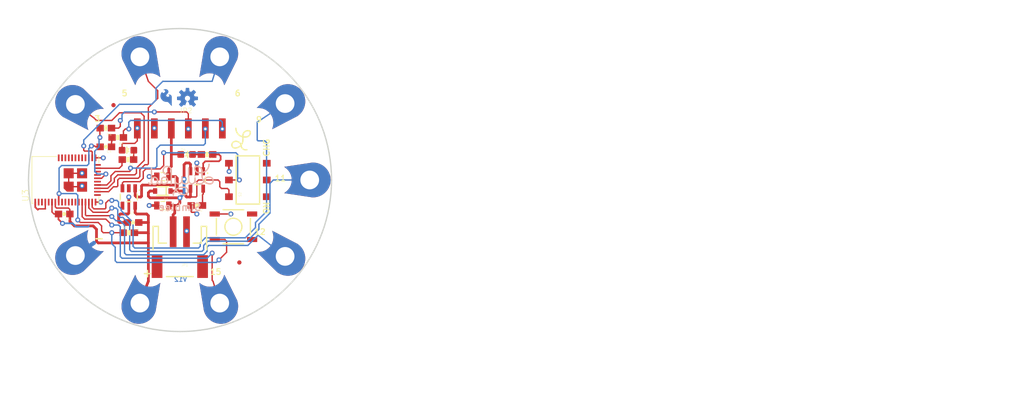
<source format=kicad_pcb>
(kicad_pcb (version 20211014) (generator pcbnew)
  (layers (0 "F.Cu" signal) (1 "In1.Cu" signal) (2 "In2.Cu" signal) (31 "B.Cu" signal) (34 "B.Paste" user) (35 "F.Paste" user) (36 "B.SilkS" user "B.Silkscreen") (37 "F.SilkS" user "F.Silkscreen") (38 "B.Mask" user) (39 "F.Mask" user) (44 "Edge.Cuts" user))
  (net 0 "")
  (net 1 "GND")
  (net 2 "RST")
  (net 3 "RXI")
  (net 4 "TXO")
  (net 5 "N$2")
  (net 6 "DTR")
  (net 7 "N$8")
  (net 8 "STAT")
  (net 9 "PROG")
  (net 10 "3.3V")
  (net 11 "N$1")
  (net 12 "5V")
  (net 13 "V_BATT")
  (net 14 "N$3")
  (net 15 "LV_RXI")
  (net 16 "LV_DTR")
  (net 17 "D3")
  (net 18 "D5")
  (net 19 "D9")
  (net 20 "D11")
  (net 21 "D12")
  (net 22 "D15")
  (net 23 "D6")
  (net 24 "ISO_PAD")
  (footprint "boardEagle:PETAL-LONG-1-2SIDE" (layer "F.Cu") (at 167.9057 104.994725 180)
    (fp_text reference "U$45" hide)
    (fp_text value "SEWTAP9" hide)
  )
  (footprint "boardEagle:PETAL-LONG-1-2SIDE" (layer "F.Cu") (at 142.5057 86.579725 -72)
    (fp_text reference "U$39" hide)
    (fp_text value "SEWTAP9" hide)
  )
  (footprint "boardEagle:PETAL-LONG-1-2SIDE" (layer "F.Cu") (at 164.2227 93.564725 -144)
    (fp_text reference "U$4" hide)
    (fp_text value "SEWTAP9" hide)
  )
  (footprint "boardEagle:0603-RES" (layer "F.Cu") (at 152.5387 101.184725 180)
    (fp_text reference "R9")
    (fp_text value "330")
  )
  (footprint "boardEagle:0603-CAP" (layer "F.Cu") (at 141.4897 111.344725 180)
    (fp_text reference "C2")
    (fp_text value "2.2uF")
  )
  (footprint "boardEagle:JST-2-SMD" (layer "F.Cu") (at 148.4747 116.424725 180)
    (fp_text reference "JP1")
    (fp_text value "LiPo")
  )
  (footprint "boardEagle:PETAL-LONG-1-2SIDE" (layer "F.Cu") (at 164.2227 116.424725 144)
    (fp_text reference "U$37" hide)
    (fp_text value "SEWTAP9" hide)
  )
  (footprint "boardEagle:PETAL-LONG-1-2SIDE" (layer "F.Cu") (at 154.4437 123.409725 108)
    (fp_text reference "U$35" hide)
    (fp_text value "SEWTAP9" hide)
  )
  (footprint "boardEagle:PETAL-LONG-1-2SIDE" (layer "F.Cu") (at 132.8537 116.297725 36)
    (fp_text reference "U$41" hide)
    (fp_text value "SEWTAP9" hide)
  )
  (footprint "boardEagle:AYZ0202" (layer "F.Cu") (at 158.6347 104.994725 90)
    (fp_text reference "S2")
    (fp_text value "DPDT")
  )
  (footprint "boardEagle:CREATIVE_COMMONS" (layer "F.Cu") (at 191.6547 136.744725)
    (fp_text reference "FRAME1" hide)
    (fp_text value "FRAME-LETTER" hide)
  )
  (footprint "boardEagle:MICRO-FIDUCIAL" (layer "F.Cu") (at 138.5687 93.818725)
    (fp_text reference "FID1" hide)
    (fp_text value "FIDUCIALUFIDUCIAL" hide)
  )
  (footprint "boardEagle:PETAL-LONG-1-2SIDE" (layer "F.Cu") (at 132.8537 93.691725 -36)
    (fp_text reference "A5/19" hide)
    (fp_text value "SEWTAP9" hide)
  )
  (footprint "boardEagle:RFD77101" (layer "F.Cu") (at 126.8847 108.296725 90)
    (fp_text reference "U3")
    (fp_text value "RFD77101")
  )
  (footprint "boardEagle:PETAL-LONG-1-2SIDE" (layer "F.Cu") (at 154.4437 86.579725 -108)
    (fp_text reference "A4/18" hide)
    (fp_text value "SEWTAP9" hide)
  )
  (footprint "boardEagle:LOGO-L" (layer "F.Cu") (at 157.6187 98.898725)
    (fp_text reference "U$1" hide)
    (fp_text value "LOGO-LPL" hide)
  )
  (footprint "boardEagle:0603-RES" (layer "F.Cu") (at 140.7277 101.946725 180)
    (fp_text reference "R1")
    (fp_text value "330")
  )
  (footprint "boardEagle:TACTILE-SWITCH-SMD" (layer "F.Cu") (at 156.4757 111.979725)
    (fp_text reference "S3")
    (fp_text value "Reset")
  )
  (footprint "boardEagle:1X06-SMD" (layer "F.Cu") (at 148.4747 92.294725 180)
    (fp_text reference "JP2")
    (fp_text value "")
  )
  (footprint "boardEagle:LED-0603" (layer "F.Cu") (at 149.4907 101.184725 -90)
    (fp_text reference "D4")
    (fp_text value "RED")
  )
  (footprint "boardEagle:0805" (layer "F.Cu") (at 145.9347 104.486725 180)
    (fp_text reference "C9")
    (fp_text value "22uF" hide)
  )
  (footprint "boardEagle:0603-RES" (layer "F.Cu") (at 140.8547 112.868725)
    (fp_text reference "R3")
    (fp_text value "10K")
  )
  (footprint "boardEagle:0603-CAP" (layer "F.Cu") (at 131.2027 110.074725 180)
    (fp_text reference "C1")
    (fp_text value "0.1uF")
  )
  (footprint "boardEagle:MICRO-FIDUCIAL" (layer "F.Cu") (at 157.3647 117.313725)
    (fp_text reference "FID2" hide)
    (fp_text value "FIDUCIALUFIDUCIAL" hide)
  )
  (footprint "boardEagle:0805" (layer "F.Cu") (at 145.9347 108.804725 180)
    (fp_text reference "C10")
    (fp_text value "22uF" hide)
  )
  (footprint "boardEagle:0603-RES" (layer "F.Cu") (at 137.4257 97.247725 180)
    (fp_text reference "R4")
    (fp_text value "1K")
  )
  (footprint "boardEagle:0603-RES" (layer "F.Cu") (at 139.2037 98.644725 180)
    (fp_text reference "R5")
    (fp_text value "1K")
  )
  (footprint "boardEagle:LED-0603" (layer "F.Cu") (at 140.7277 100.549725 90)
    (fp_text reference "D2")
    (fp_text value "BLUE" hide)
  )
  (footprint "boardEagle:SOT23-5" (layer "F.Cu") (at 140.8547 107.534725 180)
    (fp_text reference "U1")
    (fp_text value "ADP160")
  )
  (footprint "boardEagle:0603-CAP" (layer "F.Cu") (at 137.4257 100.041725 180)
    (fp_text reference "C4")
    (fp_text value "10nF")
  )
  (footprint "boardEagle:0603-RES" (layer "F.Cu") (at 151.0147 108.804725 180)
    (fp_text reference "R2")
    (fp_text value "10K")
  )
  (footprint "boardEagle:PETAL-LONG-1-2SIDE" (layer "F.Cu") (at 142.5057 123.409725 72)
    (fp_text reference "U$43" hide)
    (fp_text value "SEWTAP9" hide)
  )
  (footprint "boardEagle:SOD-323" (layer "F.Cu") (at 145.9347 106.645725 180)
    (fp_text reference "D1")
    (fp_text value "BAT20JFILM")
  )
  (footprint "boardEagle:SOT23-5" (layer "F.Cu") (at 151.0147 104.994725 180)
    (fp_text reference "U2")
    (fp_text value "MCP73831")
  )
  (footprint "boardEagle:OSHW-LOGO-S_COPPER" (layer "B.Cu") (at 149.6177 92.802725 180)
    (fp_text reference "LOGO2" hide)
    (fp_text value "OSHW-LOGOS-COPPER" hide)
  )
  (footprint "boardEagle:LOGO-LILYPAD" (layer "B.Cu") (at 148.6017 104.613725 180)
    (fp_text reference "U$2" hide)
    (fp_text value "LOGO-LPLP" hide)
  )
  (footprint "boardEagle:SFE_LOGO_FLAME_COPPER_.1" (layer "B.Cu") (at 147.5857 94.326725 180)
    (fp_text reference "LOGO1" hide)
    (fp_text value "SFE_LOGO_FLAME.1COP" hide)
  )
  (gr_line (start 139.6911 84.1486) (end 140.6111 83.7886) (layer "Edge.Cuts") (width 0.2032))
  (gr_line (start 158.2011 125.4486) (end 157.3111 125.8486) (layer "Edge.Cuts") (width 0.2032))
  (gr_line (start 133.9211 87.6986) (end 134.6811 87.0886) (layer "Edge.Cuts") (width 0.2032))
  (gr_line (start 149.5411 82.3986) (end 150.5611 82.4686) (layer "Edge.Cuts") (width 0.2032))
  (gr_line (start 132.5011 88.9986) (end 133.2011 88.3386) (layer "Edge.Cuts") (width 0.2032))
  (gr_line (start 131.8311 120.3086) (end 131.2011 119.5786) (layer "Edge.Cuts") (width 0.2032))
  (gr_line (start 129.4711 92.7586) (end 130.0111 91.9486) (layer "Edge.Cuts") (width 0.2032))
  (gr_line (start 163.8011 121.6686) (end 163.0811 122.3086) (layer "Edge.Cuts") (width 0.2032))
  (gr_line (start 130.0111 91.9486) (end 130.5911 91.1786) (layer "Edge.Cuts") (width 0.2032))
  (gr_line (start 148.5011 127.6286) (end 147.4711 127.6086) (layer "Edge.Cuts") (width 0.2032))
  (gr_line (start 130.5911 118.8286) (end 130.0111 118.0486) (layer "Edge.Cuts") (width 0.2032))
  (gr_line (start 136.2611 85.9686) (end 137.0811 85.4686) (layer "Edge.Cuts") (width 0.2032))
  (gr_line (start 168.0411 93.5786) (end 168.5111 94.4286) (layer "Edge.Cuts") (width 0.2032))
  (gr_line (start 158.2011 84.5586) (end 159.0711 84.9886) (layer "Edge.Cuts") (width 0.2032))
  (gr_line (start 150.5611 127.5386) (end 149.5411 127.6086) (layer "Edge.Cuts") (width 0.2032))
  (gr_line (start 138.8011 125.4486) (end 137.9311 125.0186) (layer "Edge.Cuts") (width 0.2032))
  (gr_line (start 169.3511 96.1986) (end 169.7111 97.1086) (layer "Edge.Cuts") (width 0.2032))
  (gr_line (start 143.4511 82.9386) (end 144.4311 82.7386) (layer "Edge.Cuts") (width 0.2032))
  (gr_line (start 140.6111 126.2186) (end 139.6911 125.8486) (layer "Edge.Cuts") (width 0.2032))
  (gr_line (start 142.4911 83.1886) (end 143.4511 82.9386) (layer "Edge.Cuts") (width 0.2032))
  (gr_line (start 126.0811 101.9286) (end 126.2411 100.9386) (layer "Edge.Cuts") (width 0.2032))
  (gr_line (start 167.5311 92.7586) (end 168.0411 93.5786) (layer "Edge.Cuts") (width 0.2032))
  (gr_line (start 143.4511 127.0686) (end 142.4911 126.8186) (layer "Edge.Cuts") (width 0.2032))
  (gr_line (start 136.2611 124.0286) (end 135.4511 123.4886) (layer "Edge.Cuts") (width 0.2032))
  (gr_line (start 170.9211 108.0686) (end 170.7611 109.0686) (layer "Edge.Cuts") (width 0.2032))
  (gr_line (start 126.6811 111.0186) (end 126.4411 110.0486) (layer "Edge.Cuts") (width 0.2032))
  (gr_line (start 170.3211 98.9886) (end 170.5611 99.9486) (layer "Edge.Cuts") (width 0.2032))
  (gr_line (start 135.4511 86.5186) (end 136.2611 85.9686) (layer "Edge.Cuts") (width 0.2032))
  (gr_line (start 155.4711 126.5386) (end 154.5211 126.8186) (layer "Edge.Cuts") (width 0.2032))
  (gr_line (start 127.6511 113.8086) (end 127.2911 112.8986) (layer "Edge.Cuts") (width 0.2032))
  (gr_line (start 162.3311 87.0886) (end 163.0811 87.6986) (layer "Edge.Cuts") (width 0.2032))
  (gr_line (start 151.5711 127.4186) (end 150.5611 127.5386) (layer "Edge.Cuts") (width 0.2032))
  (gr_line (start 147.4711 82.3986) (end 148.5011 82.3786) (layer "Edge.Cuts") (width 0.2032))
  (gr_line (start 161.5511 86.5186) (end 162.3311 87.0886) (layer "Edge.Cuts") (width 0.2032))
  (gr_line (start 166.4111 118.8286) (end 165.8111 119.5786) (layer "Edge.Cuts") (width 0.2032))
  (gr_line (start 130.5911 91.1786) (end 131.2011 90.4286) (layer "Edge.Cuts") (width 0.2032))
  (gr_line (start 167.5311 117.2486) (end 166.9911 118.0486) (layer "Edge.Cuts") (width 0.2032))
  (gr_line (start 128.0511 114.6986) (end 127.6511 113.8086) (layer "Edge.Cuts") (width 0.2032))
  (gr_line (start 128.4911 115.5686) (end 128.0511 114.6986) (layer "Edge.Cuts") (width 0.2032))
  (gr_line (start 126.2411 100.9386) (end 126.4411 99.9486) (layer "Edge.Cuts") (width 0.2032))
  (gr_line (start 145.4311 82.5786) (end 146.4411 82.4686) (layer "Edge.Cuts") (width 0.2032))
  (gr_line (start 125.9711 107.0586) (end 125.9011 106.0386) (layer "Edge.Cuts") (width 0.2032))
  (gr_line (start 149.5411 127.6086) (end 148.5011 127.6286) (layer "Edge.Cuts") (width 0.2032))
  (gr_line (start 165.1711 89.6986) (end 165.8111 90.4286) (layer "Edge.Cuts") (width 0.2032))
  (gr_line (start 160.7511 85.9686) (end 161.5511 86.5186) (layer "Edge.Cuts") (width 0.2032))
  (gr_line (start 159.9211 85.4686) (end 160.7511 85.9686) (layer "Edge.Cuts") (width 0.2032))
  (gr_line (start 146.4411 82.4686) (end 147.4711 82.3986) (layer "Edge.Cuts") (width 0.2032))
  (gr_line (start 170.5611 110.0486) (end 170.3211 111.0186) (layer "Edge.Cuts") (width 0.2032))
  (gr_line (start 166.9911 91.9486) (end 167.5311 92.7586) (layer "Edge.Cuts") (width 0.2032))
  (gr_line (start 131.2011 119.5786) (end 130.5911 118.8286) (layer "Edge.Cuts") (width 0.2032))
  (gr_line (start 151.5711 82.5786) (end 152.5711 82.7386) (layer "Edge.Cuts") (width 0.2032))
  (gr_line (start 127.2911 112.8986) (end 126.9711 111.9686) (layer "Edge.Cuts") (width 0.2032))
  (gr_line (start 159.0711 84.9886) (end 159.9211 85.4686) (layer "Edge.Cuts") (width 0.2032))
  (gr_line (start 170.3211 111.0186) (end 170.0411 111.9686) (layer "Edge.Cuts") (width 0.2032))
  (gr_line (start 126.9711 98.0386) (end 127.2911 97.1086) (layer "Edge.Cuts") (width 0.2032))
  (gr_line (start 126.4411 99.9486) (end 126.6811 98.9886) (layer "Edge.Cuts") (width 0.2032))
  (gr_line (start 152.5711 127.2686) (end 151.5711 127.4186) (layer "Edge.Cuts") (width 0.2032))
  (gr_line (start 152.5711 82.7386) (end 153.5511 82.9386) (layer "Edge.Cuts") (width 0.2032))
  (gr_line (start 126.0811 108.0686) (end 125.9711 107.0586) (layer "Edge.Cuts") (width 0.2032))
  (gr_line (start 132.5011 120.9986) (end 131.8311 120.3086) (layer "Edge.Cuts") (width 0.2032))
  (gr_line (start 159.0711 125.0186) (end 158.2011 125.4486) (layer "Edge.Cuts") (width 0.2032))
  (gr_line (start 168.9511 95.2986) (end 169.3511 96.1986) (layer "Edge.Cuts") (width 0.2032))
  (gr_line (start 137.0811 85.4686) (end 137.9311 84.9886) (layer "Edge.Cuts") (width 0.2032))
  (gr_line (start 156.4011 126.2186) (end 155.4711 126.5386) (layer "Edge.Cuts") (width 0.2032))
  (gr_line (start 134.6811 122.9186) (end 133.9211 122.3086) (layer "Edge.Cuts") (width 0.2032))
  (gr_line (start 166.9911 118.0486) (end 166.4111 118.8286) (layer "Edge.Cuts") (width 0.2032))
  (gr_line (start 165.8111 90.4286) (end 166.4111 91.1786) (layer "Edge.Cuts") (width 0.2032))
  (gr_line (start 140.6111 83.7886) (end 141.5411 83.4686) (layer "Edge.Cuts") (width 0.2032))
  (gr_line (start 168.5111 115.5686) (end 168.0411 116.4186) (layer "Edge.Cuts") (width 0.2032))
  (gr_line (start 148.5011 82.3786) (end 149.5411 82.3986) (layer "Edge.Cuts") (width 0.2032))
  (gr_line (start 164.5011 88.9986) (end 165.1711 89.6986) (layer "Edge.Cuts") (width 0.2032))
  (gr_line (start 150.5611 82.4686) (end 151.5711 82.5786) (layer "Edge.Cuts") (width 0.2032))
  (gr_line (start 168.5111 94.4286) (end 168.9511 95.2986) (layer "Edge.Cuts") (width 0.2032))
  (gr_line (start 169.7111 97.1086) (end 170.0411 98.0386) (layer "Edge.Cuts") (width 0.2032))
  (gr_line (start 131.8311 89.6986) (end 132.5011 88.9986) (layer "Edge.Cuts") (width 0.2032))
  (gr_line (start 171.1311 104.9986) (end 171.1111 106.0386) (layer "Edge.Cuts") (width 0.2032))
  (gr_line (start 125.8711 104.9986) (end 125.9011 103.9686) (layer "Edge.Cuts") (width 0.2032))
  (gr_line (start 154.5211 126.8186) (end 153.5511 127.0686) (layer "Edge.Cuts") (width 0.2032))
  (gr_line (start 131.2011 90.4286) (end 131.8311 89.6986) (layer "Edge.Cuts") (width 0.2032))
  (gr_line (start 129.4711 117.2486) (end 128.9611 116.4186) (layer "Edge.Cuts") (width 0.2032))
  (gr_line (start 157.3111 125.8486) (end 156.4011 126.2186) (layer "Edge.Cuts") (width 0.2032))
  (gr_line (start 153.5511 82.9386) (end 154.5211 83.1886) (layer "Edge.Cuts") (width 0.2032))
  (gr_line (start 144.4311 82.7386) (end 145.4311 82.5786) (layer "Edge.Cuts") (width 0.2032))
  (gr_line (start 133.2011 121.6686) (end 132.5011 120.9986) (layer "Edge.Cuts") (width 0.2032))
  (gr_line (start 135.4511 123.4886) (end 134.6811 122.9186) (layer "Edge.Cuts") (width 0.2032))
  (gr_line (start 157.3111 84.1486) (end 158.2011 84.5586) (layer "Edge.Cuts") (width 0.2032))
  (gr_line (start 170.0411 111.9686) (end 169.7111 112.8986) (layer "Edge.Cuts") (width 0.2032))
  (gr_line (start 171.0411 102.9386) (end 171.1111 103.9686) (layer "Edge.Cuts") (width 0.2032))
  (gr_line (start 141.5411 83.4686) (end 142.4911 83.1886) (layer "Edge.Cuts") (width 0.2032))
  (gr_line (start 144.4311 127.2686) (end 143.4511 127.0686) (layer "Edge.Cuts") (width 0.2032))
  (gr_line (start 137.9311 84.9886) (end 138.8011 84.5586) (layer "Edge.Cuts") (width 0.2032))
  (gr_line (start 133.2011 88.3386) (end 133.9211 87.6986) (layer "Edge.Cuts") (width 0.2032))
  (gr_line (start 162.3311 122.9186) (end 161.5511 123.4886) (layer "Edge.Cuts") (width 0.2032))
  (gr_line (start 159.9211 124.5386) (end 159.0711 125.0186) (layer "Edge.Cuts") (width 0.2032))
  (gr_line (start 141.5411 126.5386) (end 140.6111 126.2186) (layer "Edge.Cuts") (width 0.2032))
  (gr_line (start 171.0411 107.0586) (end 170.9211 108.0686) (layer "Edge.Cuts") (width 0.2032))
  (gr_line (start 137.0811 124.5386) (end 136.2611 124.0286) (layer "Edge.Cuts") (width 0.2032))
  (gr_line (start 127.6511 96.1986) (end 128.0511 95.2986) (layer "Edge.Cuts") (width 0.2032))
  (gr_line (start 137.9311 125.0186) (end 137.0811 124.5386) (layer "Edge.Cuts") (width 0.2032))
  (gr_line (start 166.4111 91.1786) (end 166.9911 91.9486) (layer "Edge.Cuts") (width 0.2032))
  (gr_line (start 146.4411 127.5386) (end 145.4311 127.4186) (layer "Edge.Cuts") (width 0.2032))
  (gr_line (start 139.6911 125.8486) (end 138.8011 125.4486) (layer "Edge.Cuts") (width 0.2032))
  (gr_line (start 125.9011 103.9686) (end 125.9711 102.9386) (layer "Edge.Cuts") (width 0.2032))
  (gr_line (start 128.9611 116.4186) (end 128.4911 115.5686) (layer "Edge.Cuts") (width 0.2032))
  (gr_line (start 138.8011 84.5586) (end 139.6911 84.1486) (layer "Edge.Cuts") (width 0.2032))
  (gr_line (start 126.4411 110.0486) (end 126.2411 109.0686) (layer "Edge.Cuts") (width 0.2032))
  (gr_line (start 163.0811 122.3086) (end 162.3311 122.9186) (layer "Edge.Cuts") (width 0.2032))
  (gr_line (start 169.7111 112.8986) (end 169.3511 113.8086) (layer "Edge.Cuts") (width 0.2032))
  (gr_line (start 154.5211 83.1886) (end 155.4711 83.4686) (layer "Edge.Cuts") (width 0.2032))
  (gr_line (start 134.6811 87.0886) (end 135.4511 86.5186) (layer "Edge.Cuts") (width 0.2032))
  (gr_line (start 171.1111 106.0386) (end 171.0411 107.0586) (layer "Edge.Cuts") (width 0.2032))
  (gr_line (start 169.3511 113.8086) (end 168.9511 114.6986) (layer "Edge.Cuts") (width 0.2032))
  (gr_line (start 170.7611 100.9386) (end 170.9211 101.9286) (layer "Edge.Cuts") (width 0.2032))
  (gr_line (start 133.9211 122.3086) (end 133.2011 121.6686) (layer "Edge.Cuts") (width 0.2032))
  (gr_line (start 145.4311 127.4186) (end 144.4311 127.2686) (layer "Edge.Cuts") (width 0.2032))
  (gr_line (start 128.4911 94.4286) (end 128.9611 93.5786) (layer "Edge.Cuts") (width 0.2032))
  (gr_line (start 160.7511 124.0286) (end 159.9211 124.5386) (layer "Edge.Cuts") (width 0.2032))
  (gr_line (start 125.9711 102.9386) (end 126.0811 101.9286) (layer "Edge.Cuts") (width 0.2032))
  (gr_line (start 142.4911 126.8186) (end 141.5411 126.5386) (layer "Edge.Cuts") (width 0.2032))
  (gr_line (start 126.9711 111.9686) (end 126.6811 111.0186) (layer "Edge.Cuts") (width 0.2032))
  (gr_line (start 130.0111 118.0486) (end 129.4711 117.2486) (layer "Edge.Cuts") (width 0.2032))
  (gr_line (start 165.1711 120.3086) (end 164.5011 120.9986) (layer "Edge.Cuts") (width 0.2032))
  (gr_line (start 156.4011 83.7886) (end 157.3111 84.1486) (layer "Edge.Cuts") (width 0.2032))
  (gr_line (start 164.5011 120.9986) (end 163.8011 121.6686) (layer "Edge.Cuts") (width 0.2032))
  (gr_line (start 163.0811 87.6986) (end 163.8011 88.3386) (layer "Edge.Cuts") (width 0.2032))
  (gr_line (start 147.4711 127.6086) (end 146.4411 127.5386) (layer "Edge.Cuts") (width 0.2032))
  (gr_line (start 155.4711 83.4686) (end 156.4011 83.7886) (layer "Edge.Cuts") (width 0.2032))
  (gr_line (start 125.9011 106.0386) (end 125.8711 104.9986) (layer "Edge.Cuts") (width 0.2032))
  (gr_line (start 126.6811 98.9886) (end 126.9711 98.0386) (layer "Edge.Cuts") (width 0.2032))
  (gr_line (start 168.9511 114.6986) (end 168.5111 115.5686) (layer "Edge.Cuts") (width 0.2032))
  (gr_line (start 170.5611 99.9486) (end 170.7611 100.9386) (layer "Edge.Cuts") (width 0.2032))
  (gr_line (start 170.0411 98.0386) (end 170.3211 98.9886) (layer "Edge.Cuts") (width 0.2032))
  (gr_line (start 153.5511 127.0686) (end 152.5711 127.2686) (layer "Edge.Cuts") (width 0.2032))
  (gr_line (start 128.0511 95.2986) (end 128.4911 94.4286) (layer "Edge.Cuts") (width 0.2032))
  (gr_line (start 126.2411 109.0686) (end 126.0811 108.0686) (layer "Edge.Cuts") (width 0.2032))
  (gr_line (start 170.7611 109.0686) (end 170.5611 110.0486) (layer "Edge.Cuts") (width 0.2032))
  (gr_line (start 127.2911 97.1086) (end 127.6511 96.1986) (layer "Edge.Cuts") (width 0.2032))
  (gr_line (start 128.9611 93.5786) (end 129.4711 92.7586) (layer "Edge.Cuts") (width 0.2032))
  (gr_line (start 168.0411 116.4186) (end 167.5311 117.2486) (layer "Edge.Cuts") (width 0.2032))
  (gr_line (start 170.9211 101.9286) (end 171.0411 102.9386) (layer "Edge.Cuts") (width 0.2032))
  (gr_line (start 163.8011 88.3386) (end 164.5011 88.9986) (layer "Edge.Cuts") (width 0.2032))
  (gr_line (start 165.8111 119.5786) (end 165.1711 120.3086) (layer "Edge.Cuts") (width 0.2032))
  (gr_line (start 161.5511 123.4886) (end 160.7511 124.0286) (layer "Edge.Cuts") (width 0.2032))
  (gr_line (start 171.1111 103.9686) (end 171.1311 104.9986) (layer "Edge.Cuts") (width 0.2032))
  (gr_text "V12" (at 149.6177 120.234725) (layer "B.Cu") (effects (font (size 0.69088 0.69088) (thickness 0.12192)) (justify left bottom mirror)))
  (gr_text "Simblee" (at 148.4747 109.058725) (layer "B.SilkS") (effects (font (size 1.0795 1.0795) (thickness 0.1905)) (justify mirror)))
  (gr_text "ON" (at 161.9367 109.185725 90) (layer "F.SilkS") (effects (font (size 0.8636 0.8636) (thickness 0.1524)) (justify bottom)))
  (gr_text "6" (at 156.6027 92.548725) (layer "F.SilkS") (effects (font (size 0.8636 0.8636) (thickness 0.1524)) (justify left bottom)))
  (gr_text "3" (at 135.6477 96.358725) (layer "F.SilkS") (effects (font (size 0.8636 0.8636) (thickness 0.1524)) (justify left bottom)))
  (gr_text "+" (at 142.7597 119.599725) (layer "F.SilkS") (effects (font (size 1.20904 1.20904) (thickness 0.21336)) (justify left bottom)))
  (gr_text "11" (at 162.5717 105.248725) (layer "F.SilkS") (effects (font (size 0.8636 0.8636) (thickness 0.1524)) (justify left bottom)))
  (gr_text "5" (at 139.7117 92.548725) (layer "F.SilkS") (effects (font (size 0.8636 0.8636) (thickness 0.1524)) (justify left bottom)))
  (gr_text "9" (at 159.7777 96.485725) (layer "F.SilkS") (effects (font (size 0.8636 0.8636) (thickness 0.1524)) (justify left bottom)))
  (gr_text "12" (at 159.5237 113.249725) (layer "F.SilkS") (effects (font (size 0.8636 0.8636) (thickness 0.1524)) (justify left bottom)))
  (gr_text "15" (at 152.9197 119.218725) (layer "F.SilkS") (effects (font (size 0.8636 0.8636) (thickness 0.1524)) (justify left bottom)))
  (gr_text "-" (at 135.5207 114.392725) (layer "F.SilkS") (effects (font (size 1.20904 1.20904) (thickness 0.21336)) (justify left bottom)))
  (gr_text "CHG" (at 160.9207 100.168725 90) (layer "F.SilkS") (effects (font (size 0.8636 0.8636) (thickness 0.1524)) (justify top)))
  (segment (start 153.6817 110.074725) (end 156.0947 110.074725) (width 0.2032) (layer "F.Cu") (net 1))
  (segment (start 140.7277 110.074725) (end 140.8547 109.947725) (width 0.4064) (layer "F.Cu") (net 1))
  (segment (start 145.0347 108.804725) (end 143.9027 108.804725) (width 0.4064) (layer "F.Cu") (net 1))
  (segment (start 130.3527 110.074725) (end 130.3527 110.875725) (width 0.254) (layer "F.Cu") (net 1))
  (segment (start 139.3307 110.328725) (end 139.5847 110.074725) (width 0.4064) (layer "F.Cu") (net 1))
  (segment (start 129.6787 110.074725) (end 129.3847 109.780725) (width 0.2032) (layer "F.Cu") (net 1))
  (segment (start 133.8747 103.983725) (end 133.8697 103.978725) (width 0.2032) (layer "F.Cu") (net 1))
  (segment (start 139.5847 110.074725) (end 140.7277 110.074725) (width 0.4064) (layer "F.Cu") (net 1))
  (segment (start 141.7437 99.533725) (end 142.1247 99.152725) (width 0.2032) (layer "F.Cu") (net 1))
  (segment (start 139.9657 99.533725) (end 141.7437 99.533725) (width 0.2032) (layer "F.Cu") (net 1))
  (segment (start 131.8747 103.996725) (end 133.8747 103.996725) (width 0.2032) (layer "F.Cu") (net 1))
  (segment (start 142.1247 97.294725) (end 142.1247 97.247725) (width 0.2032) (layer "F.Cu") (net 1))
  (segment (start 150.2527 109.820725) (end 150.7607 109.820725) (width 0.2032) (layer "F.Cu") (net 1))
  (segment (start 133.8747 105.996725) (end 133.8747 105.888725) (width 0.2032) (layer "F.Cu") (net 1))
  (segment (start 137.0387 101.686725) (end 137.0447 101.692725) (width 0.2032) (layer "F.Cu") (net 1))
  (segment (start 150.1647 109.732725) (end 150.2527 109.820725) (width 0.2032) (layer "F.Cu") (net 1))
  (segment (start 149.4907 112.614725) (end 149.4907 112.708725) (width 0.4064) (layer "F.Cu") (net 1))
  (segment (start 140.8547 109.947725) (end 140.8547 107.534725) (width 0.4064) (layer "F.Cu") (net 1))
  (segment (start 133.8747 105.888725) (end 133.8697 105.883725) (width 0.2032) (layer "F.Cu") (net 1))
  (segment (start 135.8847 108.296725) (end 136.6637 108.296725) (width 0.2032) (layer "F.Cu") (net 1))
  (segment (start 144.6647 97.294725) (end 144.6647 97.247725) (width 0.2032) (layer "F.Cu") (net 1))
  (segment (start 155.8097 103.693725) (end 155.8407 103.724725) (width 0.254) (layer "F.Cu") (net 1))
  (segment (start 133.8747 103.996725) (end 133.8747 103.983725) (width 0.2032) (layer "F.Cu") (net 1))
  (segment (start 130.3527 110.875725) (end 130.9487 111.471725) (width 0.254) (layer "F.Cu") (net 1))
  (segment (start 137.1717 101.819725) (end 137.0447 101.692725) (width 0.2032) (layer "F.Cu") (net 1))
  (segment (start 129.3847 108.296725) (end 129.3847 109.780725) (width 0.2032) (layer "F.Cu") (net 1))
  (segment (start 135.8847 101.686725) (end 137.0387 101.686725) (width 0.2032) (layer "F.Cu") (net 1))
  (segment (start 139.4577 111.344725) (end 139.3307 111.217725) (width 0.4064) (layer "F.Cu") (net 1))
  (segment (start 139.8507 100.549725) (end 139.8507 99.648725) (width 0.2032) (layer "F.Cu") (net 1))
  (segment (start 131.8747 105.996725) (end 133.8747 105.996725) (width 0.2032) (layer "F.Cu") (net 1))
  (segment (start 149.4747 112.724725) (end 149.6347 112.724725) (width 0.4064) (layer "F.Cu") (net 1))
  (segment (start 131.8747 105.996725) (end 131.8747 103.996725) (width 0.2032) (layer "F.Cu") (net 1))
  (segment (start 139.8507 99.648725) (end 139.9657 99.533725) (width 0.2032) (layer "F.Cu") (net 1))
  (segment (start 140.6397 111.344725) (end 139.4577 111.344725) (width 0.4064) (layer "F.Cu") (net 1))
  (segment (start 130.3527 110.074725) (end 129.6787 110.074725) (width 0.2032) (layer "F.Cu") (net 1))
  (segment (start 151.0147 103.694625) (end 151.0147 102.454725) (width 0.4064) (layer "F.Cu") (net 1))
  (segment (start 149.4907 112.708725) (end 149.4747 112.724725) (width 0.4064) (layer "F.Cu") (net 1))
  (segment (start 145.0347 104.486725) (end 143.9027 104.486725) (width 0.4064) (layer "F.Cu") (net 1))
  (segment (start 150.1647 108.804725) (end 150.1647 109.732725) (width 0.2032) (layer "F.Cu") (net 1))
  (segment (start 142.1247 99.152725) (end 142.1247 97.294725) (width 0.2032) (layer "F.Cu") (net 1))
  (segment (start 139.3307 111.217725) (end 139.3307 110.328725) (width 0.4064) (layer "F.Cu") (net 1))
  (segment (start 155.8097 102.494725) (end 155.8097 103.693725) (width 0.254) (layer "F.Cu") (net 1))
  (segment (start 150.7607 109.820725) (end 151.0147 110.074725) (width 0.2032) (layer "F.Cu") (net 1))
  (via (at 143.9027 104.486725) (size 0.7366) (drill 0.381) (layers "F.Cu" "B.Cu") (net 1))
  (via (at 136.6637 108.296725) (size 0.7366) (drill 0.381) (layers "F.Cu" "B.Cu") (net 1))
  (via (at 140.8547 107.534725) (size 0.7366) (drill 0.381) (layers "F.Cu" "B.Cu") (net 1))
  (via (at 130.9487 111.471725) (size 0.7366) (drill 0.381) (layers "F.Cu" "B.Cu") (net 1))
  (via (at 133.8697 103.978725) (size 0.7366) (drill 0.381) (layers "F.Cu" "B.Cu") (net 1))
  (via (at 151.0147 110.074725) (size 0.7366) (drill 0.381) (layers "F.Cu" "B.Cu") (net 1))
  (via (at 142.1247 97.247725) (size 0.7366) (drill 0.381) (layers "F.Cu" "B.Cu") (net 1))
  (via (at 155.8407 103.724725) (size 0.7366) (drill 0.381) (layers "F.Cu" "B.Cu") (net 1))
  (via (at 144.6647 97.247725) (size 0.7366) (drill 0.381) (layers "F.Cu" "B.Cu") (net 1))
  (via (at 149.4907 112.614725) (size 0.7366) (drill 0.381) (layers "F.Cu" "B.Cu") (net 1))
  (via (at 143.9027 108.804725) (size 0.7366) (drill 0.381) (layers "F.Cu" "B.Cu") (net 1))
  (via (at 133.8697 105.883725) (size 0.7366) (drill 0.381) (layers "F.Cu" "B.Cu") (net 1))
  (via (at 137.0447 101.692725) (size 0.7366) (drill 0.381) (layers "F.Cu" "B.Cu") (net 1))
  (via (at 156.0947 110.074725) (size 0.7366) (drill 0.381) (layers "F.Cu" "B.Cu") (net 1))
  (via (at 151.0147 102.454725) (size 0.7366) (drill 0.381) (layers "F.Cu" "B.Cu") (net 1))
  (segment (start 132.4727 111.471725) (end 132.9807 111.979725) (width 0.254) (layer "B.Cu") (net 1))
  (segment (start 130.9487 111.471725) (end 132.4727 111.471725) (width 0.254) (layer "B.Cu") (net 1))
  (segment (start 134.7587 111.979725) (end 134.8857 111.852725) (width 0.254) (layer "B.Cu") (net 1))
  (segment (start 132.877972 116.28009) (end 135.6477 114.392725) (width 0.6096) (layer "B.Cu") (net 1))
  (segment (start 132.9807 111.979725) (end 134.7587 111.979725) (width 0.254) (layer "B.Cu") (net 1))
  (segment (start 154.3167 116.932725) (end 155.4597 115.789725) (width 0.2032) (layer "F.Cu") (net 2))
  (segment (start 137.0447 112.868725) (end 136.7907 112.614725) (width 0.2032) (layer "F.Cu") (net 2))
  (segment (start 155.4597 114.138725) (end 155.2057 113.884725) (width 0.2032) (layer "F.Cu") (net 2))
  (segment (start 136.7907 111.852725) (end 136.2827 111.344725) (width 0.2032) (layer "F.Cu") (net 2))
  (segment (start 130.3847 107.082725) (end 130.4407 107.026725) (width 0.254) (layer "F.Cu") (net 2))
  (segment (start 136.7907 112.614725) (end 136.7907 111.852725) (width 0.2032) (layer "F.Cu") (net 2))
  (segment (start 130.3847 108.296725) (end 130.3847 107.082725) (width 0.254) (layer "F.Cu") (net 2))
  (segment (start 155.2057 113.884725) (end 153.6817 113.884725) (width 0.2032) (layer "F.Cu") (net 2))
  (segment (start 138.3147 112.868725) (end 137.0447 112.868725) (width 0.2032) (layer "F.Cu") (net 2))
  (segment (start 133.6157 111.344725) (end 133.2347 110.963725) (width 0.2032) (layer "F.Cu") (net 2))
  (segment (start 135.2667 99.914725) (end 135.7747 99.914725) (width 0.2032) (layer "F.Cu") (net 2))
  (segment (start 138.3147 112.868725) (end 140.0047 112.868725) (width 0.2032) (layer "F.Cu") (net 2))
  (segment (start 135.7747 99.914725) (end 135.9017 100.041725) (width 0.2032) (layer "F.Cu") (net 2))
  (segment (start 135.9017 100.041725) (end 136.5757 100.041725) (width 0.2032) (layer "F.Cu") (net 2))
  (segment (start 155.4597 115.789725) (end 155.4597 114.138725) (width 0.2032) (layer "F.Cu") (net 2))
  (segment (start 136.2827 111.344725) (end 133.6157 111.344725) (width 0.2032) (layer "F.Cu") (net 2))
  (via (at 133.2347 110.963725) (size 0.7366) (drill 0.381) (layers "F.Cu" "B.Cu") (net 2))
  (via (at 135.2667 99.914725) (size 0.7366) (drill 0.381) (layers "F.Cu" "B.Cu") (net 2))
  (via (at 154.3167 116.932725) (size 0.7366) (drill 0.381) (layers "F.Cu" "B.Cu") (net 2))
  (via (at 130.4407 107.026725) (size 0.7366) (drill 0.381) (layers "F.Cu" "B.Cu") (net 2))
  (via (at 138.3147 112.868725) (size 0.7366) (drill 0.381) (layers "F.Cu" "B.Cu") (net 2))
  (segment (start 138.3147 112.868725) (end 138.3147 114.519725) (width 0.2032) (layer "B.Cu") (net 2))
  (segment (start 133.2347 107.280725) (end 132.9807 107.026725) (width 0.2032) (layer "B.Cu") (net 2))
  (segment (start 138.8227 117.059725) (end 139.0767 117.313725) (width 0.2032) (layer "B.Cu") (net 2))
  (segment (start 132.9807 107.026725) (end 130.4407 107.026725) (width 0.2032) (layer "B.Cu") (net 2))
  (segment (start 130.8217 102.835725) (end 134.6317 102.835725) (width 0.2032) (layer "B.Cu") (net 2))
  (segment (start 139.0767 117.313725) (end 153.9357 117.313725) (width 0.2032) (layer "B.Cu") (net 2))
  (segment (start 134.8857 102.581725) (end 134.8857 100.295725) (width 0.2032) (layer "B.Cu") (net 2))
  (segment (start 130.8217 102.835725) (end 130.4407 103.216725) (width 0.2032) (layer "B.Cu") (net 2))
  (segment (start 134.8857 100.295725) (end 135.2667 99.914725) (width 0.2032) (layer "B.Cu") (net 2))
  (segment (start 130.4407 103.216725) (end 130.4407 107.026725) (width 0.2032) (layer "B.Cu") (net 2))
  (segment (start 134.6317 102.835725) (end 134.8857 102.581725) (width 0.2032) (layer "B.Cu") (net 2))
  (segment (start 138.3147 114.519725) (end 138.8227 115.027725) (width 0.2032) (layer "B.Cu") (net 2))
  (segment (start 153.9357 117.313725) (end 154.3167 116.932725) (width 0.2032) (layer "B.Cu") (net 2))
  (segment (start 133.2347 110.963725) (end 133.2347 107.280725) (width 0.2032) (layer "B.Cu") (net 2))
  (segment (start 138.8227 115.027725) (end 138.8227 117.059725) (width 0.2032) (layer "B.Cu") (net 2))
  (segment (start 139.5847 96.993725) (end 139.3307 97.247725) (width 0.2032) (layer "F.Cu") (net 3))
  (segment (start 149.7447 95.088725) (end 149.4907 94.834725) (width 0.2032) (layer "F.Cu") (net 3))
  (segment (start 139.3307 97.247725) (end 138.2757 97.247725) (width 0.2032) (layer "F.Cu") (net 3))
  (segment (start 139.5847 96.104725) (end 139.5847 96.993725) (width 0.2032) (layer "F.Cu") (net 3))
  (segment (start 149.7447 97.294725) (end 149.7447 97.374725) (width 0.2032) (layer "F.Cu") (net 3))
  (segment (start 149.4907 94.834725) (end 144.6647 94.834725) (width 0.2032) (layer "F.Cu") (net 3))
  (segment (start 149.7447 97.374725) (end 149.7447 95.088725) (width 0.2032) (layer "F.Cu") (net 3))
  (via (at 139.5847 96.104725) (size 0.7366) (drill 0.381) (layers "F.Cu" "B.Cu") (net 3))
  (via (at 149.7447 97.374725) (size 0.7366) (drill 0.381) (layers "F.Cu" "B.Cu") (net 3))
  (via (at 144.6647 94.834725) (size 0.7366) (drill 0.381) (layers "F.Cu" "B.Cu") (net 3))
  (segment (start 139.8387 95.215725) (end 139.8387 95.850725) (width 0.2032) (layer "B.Cu") (net 3))
  (segment (start 140.2197 94.834725) (end 139.8387 95.215725) (width 0.2032) (layer "B.Cu") (net 3))
  (segment (start 144.6647 94.834725) (end 140.2197 94.834725) (width 0.2032) (layer "B.Cu") (net 3))
  (segment (start 139.8387 95.850725) (end 139.5847 96.104725) (width 0.2032) (layer "B.Cu") (net 3))
  (segment (start 136.1747 105.741725) (end 137.5677 105.741725) (width 0.2032) (layer "F.Cu") (net 4))
  (segment (start 152.2847 97.294725) (end 152.2847 97.374725) (width 0.2032) (layer "F.Cu") (net 4))
  (segment (start 138.8227 103.724725) (end 140.9817 103.724725) (width 0.2032) (layer "F.Cu") (net 4))
  (segment (start 141.1087 103.597725) (end 141.1087 103.216725) (width 0.2032) (layer "F.Cu") (net 4))
  (segment (start 137.5677 105.741725) (end 138.1877 105.121725) (width 0.2032) (layer "F.Cu") (net 4))
  (segment (start 138.1877 105.121725) (end 138.1877 104.359725) (width 0.2032) (layer "F.Cu") (net 4))
  (segment (start 140.9817 103.724725) (end 141.1087 103.597725) (width 0.2032) (layer "F.Cu") (net 4))
  (segment (start 138.1877 104.359725) (end 138.8227 103.724725) (width 0.2032) (layer "F.Cu") (net 4))
  (via (at 141.1087 103.216725) (size 0.7366) (drill 0.381) (layers "F.Cu" "B.Cu") (net 4))
  (via (at 152.2847 97.374725) (size 0.7366) (drill 0.381) (layers "F.Cu" "B.Cu") (net 4))
  (segment (start 152.0307 99.787725) (end 152.2847 99.533725) (width 0.2032) (layer "B.Cu") (net 4))
  (segment (start 145.0457 102.962725) (end 145.0457 100.295725) (width 0.2032) (layer "B.Cu") (net 4))
  (segment (start 145.5537 99.787725) (end 152.0307 99.787725) (width 0.2032) (layer "B.Cu") (net 4))
  (segment (start 141.1087 103.216725) (end 144.7917 103.216725) (width 0.2032) (layer "B.Cu") (net 4))
  (segment (start 145.0457 100.295725) (end 145.5537 99.787725) (width 0.2032) (layer "B.Cu") (net 4))
  (segment (start 152.2847 97.374725) (end 152.2847 99.533725) (width 0.2032) (layer "B.Cu") (net 4))
  (segment (start 144.7917 103.216725) (end 145.0457 102.962725) (width 0.2032) (layer "B.Cu") (net 4))
  (segment (start 141.5777 100.576725) (end 141.6047 100.549725) (width 0.2032) (layer "F.Cu") (net 5))
  (segment (start 141.5777 101.946725) (end 141.5777 100.576725) (width 0.2032) (layer "F.Cu") (net 5))
  (segment (start 140.3467 97.374725) (end 140.8547 97.374725) (width 0.2032) (layer "F.Cu") (net 6))
  (segment (start 154.8247 97.294725) (end 154.8247 97.374725) (width 0.2032) (layer "F.Cu") (net 6))
  (segment (start 140.0537 97.667725) (end 140.3467 97.374725) (width 0.2032) (layer "F.Cu") (net 6))
  (segment (start 140.0537 98.644725) (end 140.0537 97.667725) (width 0.2032) (layer "F.Cu") (net 6))
  (via (at 154.8247 97.374725) (size 0.7366) (drill 0.381) (layers "F.Cu" "B.Cu") (net 6))
  (via (at 140.8547 97.374725) (size 0.7366) (drill 0.381) (layers "F.Cu" "B.Cu") (net 6))
  (segment (start 140.8547 96.358725) (end 141.1087 96.104725) (width 0.2032) (layer "B.Cu") (net 6))
  (segment (start 140.8547 97.374725) (end 140.8547 96.358725) (width 0.2032) (layer "B.Cu") (net 6))
  (segment (start 154.8247 97.374725) (end 154.8247 96.358725) (width 0.2032) (layer "B.Cu") (net 6))
  (segment (start 141.1087 96.104725) (end 154.5707 96.104725) (width 0.2032) (layer "B.Cu") (net 6))
  (segment (start 154.5707 96.104725) (end 154.8247 96.358725) (width 0.2032) (layer "B.Cu") (net 6))
  (segment (start 150.3677 101.184725) (end 151.6887 101.184725) (width 0.254) (layer "F.Cu") (net 7))
  (segment (start 153.3887 101.184725) (end 154.3167 101.184725) (width 0.254) (layer "F.Cu") (net 8))
  (segment (start 154.5707 101.946725) (end 154.3167 102.200725) (width 0.254) (layer "F.Cu") (net 8))
  (segment (start 151.9647 102.520725) (end 152.2847 102.200725) (width 0.254) (layer "F.Cu") (net 8))
  (segment (start 154.5707 101.438725) (end 154.5707 101.946725) (width 0.254) (layer "F.Cu") (net 8))
  (segment (start 154.3167 102.200725) (end 152.2847 102.200725) (width 0.254) (layer "F.Cu") (net 8))
  (segment (start 154.3167 101.184725) (end 154.5707 101.438725) (width 0.254) (layer "F.Cu") (net 8))
  (segment (start 151.9647 103.694625) (end 151.9647 102.520725) (width 0.254) (layer "F.Cu") (net 8))
  (segment (start 151.8647 108.804725) (end 151.8647 107.192725) (width 0.2032) (layer "F.Cu") (net 9))
  (segment (start 151.9647 106.294825) (end 151.9647 107.092725) (width 0.2032) (layer "F.Cu") (net 9))
  (segment (start 151.9647 107.092725) (end 151.8647 107.192725) (width 0.2032) (layer "F.Cu") (net 9))
  (segment (start 131.8377 109.185725) (end 132.0527 109.400725) (width 0.2032) (layer "F.Cu") (net 10))
  (segment (start 143.5217 110.074725) (end 141.9977 110.074725) (width 0.4064) (layer "F.Cu") (net 10))
  (segment (start 130.0597 109.185725) (end 131.8377 109.185725) (width 0.2032) (layer "F.Cu") (net 10))
  (segment (start 142.3397 111.344725) (end 143.7757 111.344725) (width 0.4064) (layer "F.Cu") (net 10))
  (segment (start 135.5207 111.852725) (end 136.0287 112.360725) (width 0.4064) (layer "F.Cu") (net 10))
  (segment (start 136.2827 114.392725) (end 143.7757 114.392725) (width 0.4064) (layer "F.Cu") (net 10))
  (segment (start 143.7757 112.995725) (end 143.7757 114.392725) (width 0.4064) (layer "F.Cu") (net 10))
  (segment (start 142.514972 123.38119) (end 143.7757 120.107725) (width 0.4064) (layer "F.Cu") (net 10))
  (segment (start 132.0527 111.178725) (end 132.7267 111.852725) (width 0.4064) (layer "F.Cu") (net 10))
  (segment (start 132.0527 110.074725) (end 132.0527 109.400725) (width 0.2032) (layer "F.Cu") (net 10))
  (segment (start 132.0527 110.074725) (end 132.0527 111.178725) (width 0.4064) (layer "F.Cu") (net 10))
  (segment (start 132.7267 111.852725) (end 135.5207 111.852725) (width 0.4064) (layer "F.Cu") (net 10))
  (segment (start 141.8047 109.881725) (end 141.8047 108.834825) (width 0.4064) (layer "F.Cu") (net 10))
  (segment (start 143.7757 120.107725) (end 143.7757 114.392725) (width 0.4064) (layer "F.Cu") (net 10))
  (segment (start 129.8847 109.010725) (end 130.0597 109.185725) (width 0.2032) (layer "F.Cu") (net 10))
  (segment (start 143.7757 110.328725) (end 143.7757 111.344725) (width 0.4064) (layer "F.Cu") (net 10))
  (segment (start 143.6487 112.868725) (end 143.7757 112.995725) (width 0.4064) (layer "F.Cu") (net 10))
  (segment (start 129.8847 108.296725) (end 129.8847 109.010725) (width 0.2032) (layer "F.Cu") (net 10))
  (segment (start 143.7757 111.344725) (end 143.7757 112.995725) (width 0.4064) (layer "F.Cu") (net 10))
  (segment (start 143.6487 112.868725) (end 141.7047 112.868725) (width 0.4064) (layer "F.Cu") (net 10))
  (segment (start 141.9977 110.074725) (end 141.8047 109.881725) (width 0.4064) (layer "F.Cu") (net 10))
  (segment (start 136.0287 114.138725) (end 136.2827 114.392725) (width 0.4064) (layer "F.Cu") (net 10))
  (segment (start 143.7757 110.328725) (end 143.5217 110.074725) (width 0.4064) (layer "F.Cu") (net 10))
  (segment (start 136.0287 112.360725) (end 136.0287 114.138725) (width 0.4064) (layer "F.Cu") (net 10))
  (segment (start 139.8387 102.835725) (end 139.8387 101.985725) (width 0.2032) (layer "F.Cu") (net 11))
  (segment (start 136.1747 103.241725) (end 139.4327 103.241725) (width 0.2032) (layer "F.Cu") (net 11))
  (segment (start 139.4327 103.241725) (end 139.8387 102.835725) (width 0.2032) (layer "F.Cu") (net 11))
  (segment (start 139.8387 101.985725) (end 139.8777 101.946725) (width 0.2032) (layer "F.Cu") (net 11))
  (segment (start 154.6977 106.264725) (end 155.5867 106.264725) (width 0.2032) (layer "F.Cu") (net 12))
  (segment (start 148.0937 106.645725) (end 148.0937 105.756725) (width 0.4064) (layer "F.Cu") (net 12))
  (segment (start 149.4907 107.534725) (end 149.3637 107.407725) (width 0.4064) (layer "F.Cu") (net 12))
  (segment (start 150.0647 107.468725) (end 149.9987 107.534725) (width 0.4064) (layer "F.Cu") (net 12))
  (segment (start 155.8097 107.494725) (end 155.8097 106.487725) (width 0.2032) (layer "F.Cu") (net 12))
  (segment (start 147.2047 102.962725) (end 146.8237 103.343725) (width 0.4064) (layer "F.Cu") (net 12))
  (segment (start 154.4437 106.010725) (end 154.6977 106.264725) (width 0.2032) (layer "F.Cu") (net 12))
  (segment (start 150.0647 106.294825) (end 150.0647 107.468725) (width 0.4064) (layer "F.Cu") (net 12))
  (segment (start 148.8557 106.645725) (end 148.0937 106.645725) (width 0.4064) (layer "F.Cu") (net 12))
  (segment (start 151.0147 107.407725) (end 150.8877 107.534725) (width 0.2032) (layer "F.Cu") (net 12))
  (segment (start 141.8047 107.341725) (end 141.9977 107.534725) (width 0.4064) (layer "F.Cu") (net 12))
  (segment (start 142.6327 107.534725) (end 142.7597 107.407725) (width 0.4064) (layer "F.Cu") (net 12))
  (segment (start 141.8047 106.234625) (end 141.8047 107.341725) (width 0.4064) (layer "F.Cu") (net 12))
  (segment (start 154.4437 105.248725) (end 154.4437 106.010725) (width 0.2032) (layer "F.Cu") (net 12))
  (segment (start 155.5867 106.264725) (end 155.8097 106.487725) (width 0.2032) (layer "F.Cu") (net 12))
  (segment (start 141.9977 107.534725) (end 142.6327 107.534725) (width 0.4064) (layer "F.Cu") (net 12))
  (segment (start 148.0937 105.756725) (end 148.0937 104.740725) (width 0.4064) (layer "F.Cu") (net 12))
  (segment (start 149.3637 107.407725) (end 149.3637 107.153725) (width 0.4064) (layer "F.Cu") (net 12))
  (segment (start 151.2687 104.994725) (end 154.1897 104.994725) (width 0.2032) (layer "F.Cu") (net 12))
  (segment (start 149.9987 107.534725) (end 149.4907 107.534725) (width 0.4064) (layer "F.Cu") (net 12))
  (segment (start 146.8237 104.475725) (end 146.8347 104.486725) (width 0.4064) (layer "F.Cu") (net 12))
  (segment (start 150.8877 107.534725) (end 150.1307 107.534725) (width 0.2032) (layer "F.Cu") (net 12))
  (segment (start 147.2047 97.294725) (end 147.2047 101.184725) (width 0.4064) (layer "F.Cu") (net 12))
  (segment (start 142.7597 107.407725) (end 142.7597 105.883725) (width 0.4064) (layer "F.Cu") (net 12))
  (segment (start 142.8867 105.756725) (end 148.0937 105.756725) (width 0.4064) (layer "F.Cu") (net 12))
  (segment (start 148.0937 104.740725) (end 147.8397 104.486725) (width 0.4064) (layer "F.Cu") (net 12))
  (segment (start 155.7697 107.534725) (end 155.8097 107.494725) (width 0.2032) (layer "F.Cu") (net 12))
  (segment (start 150.1307 107.534725) (end 150.0647 107.468725) (width 0.2032) (layer "F.Cu") (net 12))
  (segment (start 147.0847 106.645725) (end 148.0937 106.645725) (width 0.4064) (layer "F.Cu") (net 12))
  (segment (start 147.8397 104.486725) (end 146.8347 104.486725) (width 0.4064) (layer "F.Cu") (net 12))
  (segment (start 151.0147 105.248725) (end 151.0147 107.407725) (width 0.2032) (layer "F.Cu") (net 12))
  (segment (start 147.2047 101.184725) (end 147.2047 102.962725) (width 0.4064) (layer "F.Cu") (net 12))
  (segment (start 148.6137 101.184725) (end 147.2047 101.184725) (width 0.254) (layer "F.Cu") (net 12))
  (segment (start 142.7597 105.883725) (end 142.8867 105.756725) (width 0.4064) (layer "F.Cu") (net 12))
  (segment (start 154.1897 104.994725) (end 154.4437 105.248725) (width 0.2032) (layer "F.Cu") (net 12))
  (segment (start 149.3637 107.153725) (end 148.8557 106.645725) (width 0.4064) (layer "F.Cu") (net 12))
  (segment (start 151.0147 105.248725) (end 151.2687 104.994725) (width 0.2032) (layer "F.Cu") (net 12))
  (segment (start 146.8237 103.343725) (end 146.8237 104.475725) (width 0.4064) (layer "F.Cu") (net 12))
  (segment (start 150.0647 103.694625) (end 150.0647 102.647725) (width 0.4064) (layer "F.Cu") (net 13))
  (segment (start 149.8717 102.454725) (end 149.3637 102.454725) (width 0.4064) (layer "F.Cu") (net 13))
  (segment (start 147.4747 112.724725) (end 147.4747 110.185725) (width 0.4064) (layer "F.Cu") (net 13))
  (segment (start 148.4747 108.423725) (end 148.0937 108.804725) (width 0.4064) (layer "F.Cu") (net 13))
  (segment (start 149.1097 102.708725) (end 149.1097 104.867725) (width 0.4064) (layer "F.Cu") (net 13))
  (segment (start 146.8237 108.793725) (end 146.8347 108.804725) (width 0.4064) (layer "F.Cu") (net 13))
  (segment (start 147.7127 109.947725) (end 147.7127 108.804725) (width 0.4064) (layer "F.Cu") (net 13))
  (segment (start 144.0297 107.661725) (end 148.4747 107.661725) (width 0.4064) (layer "F.Cu") (net 13))
  (segment (start 144.7847 106.645725) (end 144.0297 106.645725) (width 0.4064) (layer "F.Cu") (net 13))
  (segment (start 147.4747 110.185725) (end 147.7127 109.947725) (width 0.4064) (layer "F.Cu") (net 13))
  (segment (start 144.0297 106.645725) (end 143.7757 106.899725) (width 0.4064) (layer "F.Cu") (net 13))
  (segment (start 150.0647 102.647725) (end 149.8717 102.454725) (width 0.4064) (layer "F.Cu") (net 13))
  (segment (start 149.3637 102.454725) (end 149.1097 102.708725) (width 0.4064) (layer "F.Cu") (net 13))
  (segment (start 147.7127 108.804725) (end 146.8347 108.804725) (width 0.4064) (layer "F.Cu") (net 13))
  (segment (start 143.7757 106.899725) (end 143.7757 107.407725) (width 0.4064) (layer "F.Cu") (net 13))
  (segment (start 148.0937 108.804725) (end 147.7127 108.804725) (width 0.4064) (layer "F.Cu") (net 13))
  (segment (start 148.4747 107.661725) (end 148.4747 108.423725) (width 0.4064) (layer "F.Cu") (net 13))
  (segment (start 143.7757 107.407725) (end 144.0297 107.661725) (width 0.4064) (layer "F.Cu") (net 13))
  (via (at 148.4747 107.661725) (size 0.7366) (drill 0.381) (layers "F.Cu" "B.Cu") (net 13))
  (via (at 149.1097 104.867725) (size 0.7366) (drill 0.381) (layers "F.Cu" "B.Cu") (net 13))
  (segment (start 149.1097 104.867725) (end 149.1097 107.026725) (width 0.4064) (layer "B.Cu") (net 13))
  (segment (start 149.1097 107.026725) (end 148.4747 107.661725) (width 0.4064) (layer "B.Cu") (net 13))
  (segment (start 143.0137 103.724725) (end 143.3947 103.343725) (width 0.2032) (layer "F.Cu") (net 14))
  (segment (start 140.0927 105.248725) (end 142.5057 105.248725) (width 0.2032) (layer "F.Cu") (net 14))
  (segment (start 146.0617 102.835725) (end 146.0617 100.930725) (width 0.2032) (layer "F.Cu") (net 14))
  (segment (start 145.5537 103.343725) (end 146.0617 102.835725) (width 0.2032) (layer "F.Cu") (net 14))
  (segment (start 143.3947 103.343725) (end 145.5537 103.343725) (width 0.2032) (layer "F.Cu") (net 14))
  (segment (start 142.5057 105.248725) (end 143.0137 104.740725) (width 0.2032) (layer "F.Cu") (net 14))
  (segment (start 139.9047 106.234625) (end 139.9047 105.436725) (width 0.2032) (layer "F.Cu") (net 14))
  (segment (start 157.3647 104.994725) (end 155.8097 104.994725) (width 0.2032) (layer "F.Cu") (net 14))
  (segment (start 143.0137 104.740725) (end 143.0137 103.724725) (width 0.2032) (layer "F.Cu") (net 14))
  (segment (start 139.9047 105.436725) (end 140.0927 105.248725) (width 0.2032) (layer "F.Cu") (net 14))
  (via (at 146.0617 100.930725) (size 0.7366) (drill 0.381) (layers "F.Cu" "B.Cu") (net 14))
  (via (at 157.3647 104.994725) (size 0.7366) (drill 0.381) (layers "F.Cu" "B.Cu") (net 14))
  (segment (start 157.1107 104.740725) (end 157.3647 104.994725) (width 0.2032) (layer "B.Cu") (net 14))
  (segment (start 157.1107 101.184725) (end 157.1107 104.740725) (width 0.2032) (layer "B.Cu") (net 14))
  (segment (start 156.8567 100.930725) (end 157.1107 101.184725) (width 0.2032) (layer "B.Cu") (net 14))
  (segment (start 146.0617 100.930725) (end 156.8567 100.930725) (width 0.2032) (layer "B.Cu") (net 14))
  (segment (start 136.5367 97.286725) (end 136.5757 97.247725) (width 0.2032) (layer "F.Cu") (net 15))
  (segment (start 136.7897 104.741725) (end 137.4257 104.105725) (width 0.2032) (layer "F.Cu") (net 15))
  (segment (start 136.1747 104.741725) (end 136.7897 104.741725) (width 0.2032) (layer "F.Cu") (net 15))
  (segment (start 136.5367 98.644725) (end 136.5367 97.286725) (width 0.2032) (layer "F.Cu") (net 15))
  (via (at 136.5367 98.644725) (size 0.7366) (drill 0.381) (layers "F.Cu" "B.Cu") (net 15))
  (via (at 137.4257 104.105725) (size 0.7366) (drill 0.381) (layers "F.Cu" "B.Cu") (net 15))
  (segment (start 135.7747 100.676725) (end 136.4097 100.041725) (width 0.2032) (layer "B.Cu") (net 15))
  (segment (start 136.1557 104.105725) (end 135.7747 103.724725) (width 0.2032) (layer "B.Cu") (net 15))
  (segment (start 137.4257 104.105725) (end 136.1557 104.105725) (width 0.2032) (layer "B.Cu") (net 15))
  (segment (start 136.4097 98.771725) (end 136.5367 98.644725) (width 0.2032) (layer "B.Cu") (net 15))
  (segment (start 135.7747 103.724725) (end 135.7747 100.676725) (width 0.2032) (layer "B.Cu") (net 15))
  (segment (start 136.4097 100.041725) (end 136.4097 98.771725) (width 0.2032) (layer "B.Cu") (net 15))
  (segment (start 138.3147 99.279725) (end 138.3147 98.683725) (width 0.2032) (layer "F.Cu") (net 16))
  (segment (start 138.3147 98.683725) (end 138.3537 98.644725) (width 0.2032) (layer "F.Cu") (net 16))
  (segment (start 138.2757 100.041725) (end 138.2757 99.318725) (width 0.2032) (layer "F.Cu") (net 16))
  (segment (start 138.2757 99.318725) (end 138.3147 99.279725) (width 0.2032) (layer "F.Cu") (net 16))
  (segment (start 136.1747 106.241725) (end 137.7027 106.241725) (width 0.2032) (layer "F.Cu") (net 17))
  (segment (start 142.6327 94.961725) (end 139.4577 94.961725) (width 0.2032) (layer "F.Cu") (net 17))
  (segment (start 139.2037 104.232725) (end 141.7437 104.232725) (width 0.2032) (layer "F.Cu") (net 17))
  (segment (start 135.6477 95.723725) (end 132.877972 93.70936) (width 0.2032) (layer "F.Cu") (net 17))
  (segment (start 141.9977 103.978725) (end 141.9977 103.216725) (width 0.2032) (layer "F.Cu") (net 17))
  (segment (start 137.7027 106.241725) (end 138.6957 105.248725) (width 0.2032) (layer "F.Cu") (net 17))
  (segment (start 139.4577 94.961725) (end 138.3147 96.104725) (width 0.2032) (layer "F.Cu") (net 17))
  (segment (start 138.6957 104.740725) (end 139.2037 104.232725) (width 0.2032) (layer "F.Cu") (net 17))
  (segment (start 136.0287 96.104725) (end 135.6477 95.723725) (width 0.2032) (layer "F.Cu") (net 17))
  (segment (start 141.7437 104.232725) (end 141.9977 103.978725) (width 0.2032) (layer "F.Cu") (net 17))
  (segment (start 138.6957 105.248725) (end 138.6957 104.740725) (width 0.2032) (layer "F.Cu") (net 17))
  (segment (start 141.9977 103.216725) (end 143.1407 102.073725) (width 0.2032) (layer "F.Cu") (net 17))
  (segment (start 143.1407 102.073725) (end 143.1407 95.469725) (width 0.2032) (layer "F.Cu") (net 17))
  (segment (start 138.3147 96.104725) (end 136.0287 96.104725) (width 0.2032) (layer "F.Cu") (net 17))
  (segment (start 143.1407 95.469725) (end 142.6327 94.961725) (width 0.2032) (layer "F.Cu") (net 17))
  (segment (start 145.1727 92.802725) (end 145.1727 91.659725) (width 0.2032) (layer "F.Cu") (net 18))
  (segment (start 136.1747 106.741725) (end 137.8377 106.741725) (width 0.2032) (layer "F.Cu") (net 18))
  (segment (start 143.2677 102.708725) (end 143.6487 102.708725) (width 0.2032) (layer "F.Cu") (net 18))
  (segment (start 138.5687 106.010725) (end 139.0767 106.010725) (width 0.2032) (layer "F.Cu") (net 18))
  (segment (start 145.1727 91.659725) (end 143.7757 90.262725) (width 0.2032) (layer "F.Cu") (net 18))
  (segment (start 139.2037 104.994725) (end 139.4577 104.740725) (width 0.2032) (layer "F.Cu") (net 18))
  (segment (start 143.6487 102.708725) (end 143.7757 102.581725) (width 0.2032) (layer "F.Cu") (net 18))
  (segment (start 143.7757 102.581725) (end 143.7757 94.199725) (width 0.2032) (layer "F.Cu") (net 18))
  (segment (start 139.2037 105.883725) (end 139.2037 104.994725) (width 0.2032) (layer "F.Cu") (net 18))
  (segment (start 142.2517 104.740725) (end 142.5057 104.486725) (width 0.2032) (layer "F.Cu") (net 18))
  (segment (start 143.7757 94.199725) (end 145.1727 92.802725) (width 0.2032) (layer "F.Cu") (net 18))
  (segment (start 137.8377 106.741725) (end 138.5687 106.010725) (width 0.2032) (layer "F.Cu") (net 18))
  (segment (start 142.5057 103.470725) (end 143.2677 102.708725) (width 0.2032) (layer "F.Cu") (net 18))
  (segment (start 143.7757 90.262725) (end 142.514972 86.60826) (width 0.2032) (layer "F.Cu") (net 18))
  (segment (start 139.0767 106.010725) (end 139.2037 105.883725) (width 0.2032) (layer "F.Cu") (net 18))
  (segment (start 139.4577 104.740725) (end 142.2517 104.740725) (width 0.2032) (layer "F.Cu") (net 18))
  (segment (start 142.5057 104.486725) (end 142.5057 103.470725) (width 0.2032) (layer "F.Cu") (net 18))
  (segment (start 137.8067 108.042725) (end 138.3147 108.042725) (width 0.2032) (layer "F.Cu") (net 19))
  (segment (start 135.3847 108.296725) (end 135.3847 109.049725) (width 0.2032) (layer "F.Cu") (net 19))
  (segment (start 135.3847 109.049725) (end 135.6477 109.312725) (width 0.2032) (layer "F.Cu") (net 19))
  (segment (start 137.2987 109.312725) (end 137.4257 109.185725) (width 0.2032) (layer "F.Cu") (net 19))
  (segment (start 135.6477 109.312725) (end 137.2987 109.312725) (width 0.2032) (layer "F.Cu") (net 19))
  (segment (start 137.4257 109.185725) (end 137.4257 108.423725) (width 0.2032) (layer "F.Cu") (net 19))
  (segment (start 137.4257 108.423725) (end 137.8067 108.042725) (width 0.2032) (layer "F.Cu") (net 19))
  (via (at 138.3147 108.042725) (size 0.7366) (drill 0.381) (layers "F.Cu" "B.Cu") (net 19))
  (segment (start 158.2537 113.630725) (end 159.7777 112.106725) (width 0.2032) (layer "B.Cu") (net 19))
  (segment (start 151.2687 115.154725) (end 151.5227 114.900725) (width 0.2032) (layer "B.Cu") (net 19))
  (segment (start 161.4287 109.693725) (end 161.4287 99.406725) (width 0.2032) (layer "B.Cu") (net 19))
  (segment (start 141.7437 115.154725) (end 151.2687 115.154725) (width 0.2032) (layer "B.Cu") (net 19))
  (segment (start 152.2847 113.630725) (end 158.2537 113.630725) (width 0.2032) (layer "B.Cu") (net 19))
  (segment (start 138.3147 108.042725) (end 139.0767 108.042725) (width 0.2032) (layer "B.Cu") (net 19))
  (segment (start 161.4287 99.406725) (end 161.1747 99.152725) (width 0.2032) (layer "B.Cu") (net 19))
  (segment (start 139.0767 108.042725) (end 139.3307 108.296725) (width 0.2032) (layer "B.Cu") (net 19))
  (segment (start 161.1747 99.152725) (end 160.1587 99.152725) (width 0.2032) (layer "B.Cu") (net 19))
  (segment (start 139.3307 108.931725) (end 139.7117 109.312725) (width 0.2032) (layer "B.Cu") (net 19))
  (segment (start 160.1587 99.152725) (end 160.0317 99.025725) (width 0.2032) (layer "B.Cu") (net 19))
  (segment (start 139.7117 109.312725) (end 139.7117 109.566725) (width 0.2032) (layer "B.Cu") (net 19))
  (segment (start 159.7777 112.106725) (end 159.7777 111.344725) (width 0.2032) (layer "B.Cu") (net 19))
  (segment (start 139.7117 109.566725) (end 141.4897 111.344725) (width 0.2032) (layer "B.Cu") (net 19))
  (segment (start 141.4897 114.900725) (end 141.7437 115.154725) (width 0.2032) (layer "B.Cu") (net 19))
  (segment (start 151.5227 114.392725) (end 152.2847 113.630725) (width 0.2032) (layer "B.Cu") (net 19))
  (segment (start 159.7777 111.344725) (end 161.4287 109.693725) (width 0.2032) (layer "B.Cu") (net 19))
  (segment (start 160.0317 96.358725) (end 164.198428 93.58236) (width 0.2032) (layer "B.Cu") (net 19))
  (segment (start 160.0317 99.025725) (end 160.0317 96.358725) (width 0.2032) (layer "B.Cu") (net 19))
  (segment (start 141.4897 111.344725) (end 141.4897 114.900725) (width 0.2032) (layer "B.Cu") (net 19))
  (segment (start 139.3307 108.296725) (end 139.3307 108.931725) (width 0.2032) (layer "B.Cu") (net 19))
  (segment (start 151.5227 114.900725) (end 151.5227 114.392725) (width 0.2032) (layer "B.Cu") (net 19))
  (segment (start 134.8847 108.296725) (end 134.8847 109.184725) (width 0.2032) (layer "F.Cu") (net 20))
  (segment (start 135.5207 109.820725) (end 137.6797 109.820725) (width 0.2032) (layer "F.Cu") (net 20))
  (segment (start 134.8847 109.184725) (end 135.5207 109.820725) (width 0.2032) (layer "F.Cu") (net 20))
  (segment (start 137.6797 109.820725) (end 138.3147 109.185725) (width 0.2032) (layer "F.Cu") (net 20))
  (segment (start 138.0607 109.439725) (end 138.3147 109.185725) (width 0.2032) (layer "F.Cu") (net 20))
  (via (at 138.3147 109.185725) (size 0.7366) (drill 0.381) (layers "F.Cu" "B.Cu") (net 20))
  (segment (start 161.9367 109.947725) (end 161.9367 105.502725) (width 0.2032) (layer "B.Cu") (net 20))
  (segment (start 161.9367 105.502725) (end 162.4447 104.994725) (width 0.2032) (layer "B.Cu") (net 20))
  (segment (start 138.9497 109.185725) (end 139.2037 109.439725) (width 0.2032) (layer "B.Cu") (net 20))
  (segment (start 151.7767 115.662725) (end 152.0307 115.408725) (width 0.2032) (layer "B.Cu") (net 20))
  (segment (start 162.4447 104.994725) (end 167.8757 104.994725) (width 0.2032) (layer "B.Cu") (net 20))
  (segment (start 152.0307 115.408725) (end 152.0307 114.773725) (width 0.2032) (layer "B.Cu") (net 20))
  (segment (start 139.5847 110.582725) (end 139.9657 110.582725) (width 0.2032) (layer "B.Cu") (net 20))
  (segment (start 152.0307 114.773725) (end 152.6657 114.138725) (width 0.2032) (layer "B.Cu") (net 20))
  (segment (start 141.2357 115.662725) (end 151.7767 115.662725) (width 0.2032) (layer "B.Cu") (net 20))
  (segment (start 139.2037 110.201725) (end 139.5847 110.582725) (width 0.2032) (layer "B.Cu") (net 20))
  (segment (start 160.2857 111.598725) (end 161.9367 109.947725) (width 0.2032) (layer "B.Cu") (net 20))
  (segment (start 152.6657 114.138725) (end 158.5077 114.138725) (width 0.2032) (layer "B.Cu") (net 20))
  (segment (start 139.9657 110.582725) (end 140.9817 111.598725) (width 0.2032) (layer "B.Cu") (net 20))
  (segment (start 160.2857 112.360725) (end 160.2857 111.598725) (width 0.2032) (layer "B.Cu") (net 20))
  (segment (start 139.2037 109.439725) (end 139.2037 110.201725) (width 0.2032) (layer "B.Cu") (net 20))
  (segment (start 140.9817 111.598725) (end 140.9817 115.408725) (width 0.2032) (layer "B.Cu") (net 20))
  (segment (start 138.3147 109.185725) (end 138.9497 109.185725) (width 0.2032) (layer "B.Cu") (net 20))
  (segment (start 140.9817 115.408725) (end 141.2357 115.662725) (width 0.2032) (layer "B.Cu") (net 20))
  (segment (start 158.5077 114.138725) (end 160.2857 112.360725) (width 0.2032) (layer "B.Cu") (net 20))
  (segment (start 134.3847 110.208725) (end 134.5047 110.328725) (width 0.2032) (layer "F.Cu") (net 21))
  (segment (start 138.1877 110.328725) (end 138.3147 110.455725) (width 0.2032) (layer "F.Cu") (net 21))
  (segment (start 134.3847 108.296725) (end 134.3847 110.208725) (width 0.2032) (layer "F.Cu") (net 21))
  (segment (start 134.5047 110.328725) (end 138.1877 110.328725) (width 0.2032) (layer "F.Cu") (net 21))
  (via (at 138.3147 110.455725) (size 0.7366) (drill 0.381) (layers "F.Cu" "B.Cu") (net 21))
  (segment (start 140.2197 115.916725) (end 140.4737 116.170725) (width 0.2032) (layer "B.Cu") (net 21))
  (segment (start 152.0307 116.170725) (end 152.5387 115.662725) (width 0.2032) (layer "B.Cu") (net 21))
  (segment (start 139.5847 111.090725) (end 140.2197 111.725725) (width 0.2032) (layer "B.Cu") (net 21))
  (segment (start 140.4737 116.170725) (end 152.0307 116.170725) (width 0.2032) (layer "B.Cu") (net 21))
  (segment (start 140.2197 111.725725) (end 140.2197 115.916725) (width 0.2032) (layer "B.Cu") (net 21))
  (segment (start 152.7927 114.773725) (end 158.6347 114.773725) (width 0.2032) (layer "B.Cu") (net 21))
  (segment (start 152.5387 115.662725) (end 152.5387 115.027725) (width 0.2032) (layer "B.Cu") (net 21))
  (segment (start 138.3147 110.455725) (end 138.9497 111.090725) (width 0.2032) (layer "B.Cu") (net 21))
  (segment (start 160.1587 113.249725) (end 164.198428 116.40709) (width 0.2032) (layer "B.Cu") (net 21))
  (segment (start 138.9497 111.090725) (end 139.5847 111.090725) (width 0.2032) (layer "B.Cu") (net 21))
  (segment (start 152.5387 115.027725) (end 152.7927 114.773725) (width 0.2032) (layer "B.Cu") (net 21))
  (segment (start 158.6347 114.773725) (end 160.1587 113.249725) (width 0.2032) (layer "B.Cu") (net 21))
  (segment (start 153.3007 115.916725) (end 153.3007 119.980725) (width 0.2032) (layer "F.Cu") (net 22))
  (segment (start 133.8847 110.470725) (end 134.2507 110.836725) (width 0.2032) (layer "F.Cu") (net 22))
  (segment (start 153.4277 120.107725) (end 154.434428 123.38119) (width 0.2032) (layer "F.Cu") (net 22))
  (segment (start 133.8847 108.296725) (end 133.8847 110.470725) (width 0.2032) (layer "F.Cu") (net 22))
  (segment (start 153.3007 119.980725) (end 153.4277 120.107725) (width 0.2032) (layer "F.Cu") (net 22))
  (segment (start 134.2507 110.836725) (end 137.4257 110.836725) (width 0.2032) (layer "F.Cu") (net 22))
  (segment (start 137.4257 110.836725) (end 138.3147 111.725725) (width 0.2032) (layer "F.Cu") (net 22))
  (via (at 153.3007 115.916725) (size 0.7366) (drill 0.381) (layers "F.Cu" "B.Cu") (net 22))
  (via (at 138.3147 111.725725) (size 0.7366) (drill 0.381) (layers "F.Cu" "B.Cu") (net 22))
  (segment (start 139.3307 111.725725) (end 139.5847 111.979725) (width 0.2032) (layer "B.Cu") (net 22))
  (segment (start 139.8387 116.678725) (end 152.5387 116.678725) (width 0.2032) (layer "B.Cu") (net 22))
  (segment (start 152.5387 116.678725) (end 153.3007 115.916725) (width 0.2032) (layer "B.Cu") (net 22))
  (segment (start 138.3147 111.725725) (end 139.3307 111.725725) (width 0.2032) (layer "B.Cu") (net 22))
  (segment (start 139.5847 116.424725) (end 139.8387 116.678725) (width 0.2032) (layer "B.Cu") (net 22))
  (segment (start 139.5847 111.979725) (end 139.5847 116.424725) (width 0.2032) (layer "B.Cu") (net 22))
  (segment (start 134.2507 100.676725) (end 134.1237 100.549725) (width 0.2032) (layer "F.Cu") (net 23))
  (segment (start 134.1237 100.549725) (end 134.1237 99.914725) (width 0.2032) (layer "F.Cu") (net 23))
  (segment (start 135.3847 100.794725) (end 135.2667 100.676725) (width 0.2032) (layer "F.Cu") (net 23))
  (segment (start 135.3847 101.686725) (end 135.3847 100.794725) (width 0.2032) (layer "F.Cu") (net 23))
  (segment (start 135.2667 100.676725) (end 134.2507 100.676725) (width 0.2032) (layer "F.Cu") (net 23))
  (via (at 134.1237 99.914725) (size 0.7366) (drill 0.381) (layers "F.Cu" "B.Cu") (net 23))
  (segment (start 139.4577 93.691725) (end 144.2837 93.691725) (width 0.2032) (layer "B.Cu") (net 23))
  (segment (start 144.9187 91.278725) (end 145.9347 90.262725) (width 0.2032) (layer "B.Cu") (net 23))
  (segment (start 145.9347 90.262725) (end 153.3007 90.262725) (width 0.2032) (layer "B.Cu") (net 23))
  (segment (start 134.1237 99.025725) (end 139.4577 93.691725) (width 0.2032) (layer "B.Cu") (net 23))
  (segment (start 144.9187 93.056725) (end 144.9187 91.278725) (width 0.2032) (layer "B.Cu") (net 23))
  (segment (start 153.3007 90.262725) (end 154.434428 86.60826) (width 0.2032) (layer "B.Cu") (net 23))
  (segment (start 134.1237 99.914725) (end 134.1237 99.025725) (width 0.2032) (layer "B.Cu") (net 23))
  (segment (start 144.2837 93.691725) (end 144.9187 93.056725) (width 0.2032) (layer "B.Cu") (net 23))
  (segment (start 128.3847 108.296725) (end 128.3847 109.288725) (width 0.2032) (layer "F.Cu") (net 24))
  (segment (start 127.3927 109.312725) (end 127.2657 109.439725) (width 0.2032) (layer "F.Cu") (net 24))
  (segment (start 126.8847 108.296725) (end 126.8847 109.058725) (width 0.254) (layer "F.Cu") (net 24))
  (segment (start 128.4087 109.312725) (end 127.3927 109.312725) (width 0.2032) (layer "F.Cu") (net 24))
  (segment (start 126.8847 109.058725) (end 127.2657 109.439725) (width 0.254) (layer "F.Cu") (net 24))
  (segment (start 128.3847 109.288725) (end 128.4087 109.312725) (width 0.2032) (layer "F.Cu") (net 24))
)
</source>
